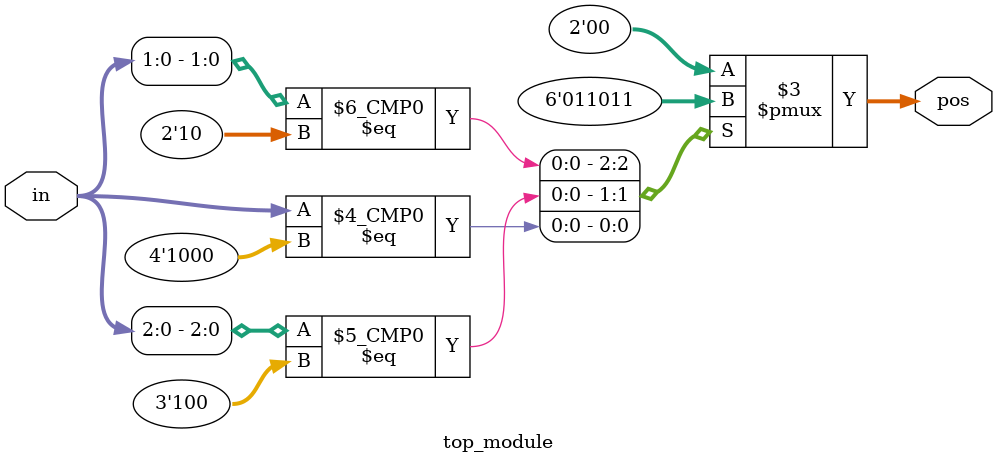
<source format=v>
module top_module (
    input [3:0] in,
    output reg [1:0] pos  );
    always@(*)begin
        casex(in)
            4'b???1:pos=2'b00;
            4'b??10:pos=2'b01;
            4'b?100:pos=2'b10;
            4'b1000:pos=2'b11;
            default:pos=2'b00;
        endcase
    end
endmodule

</source>
